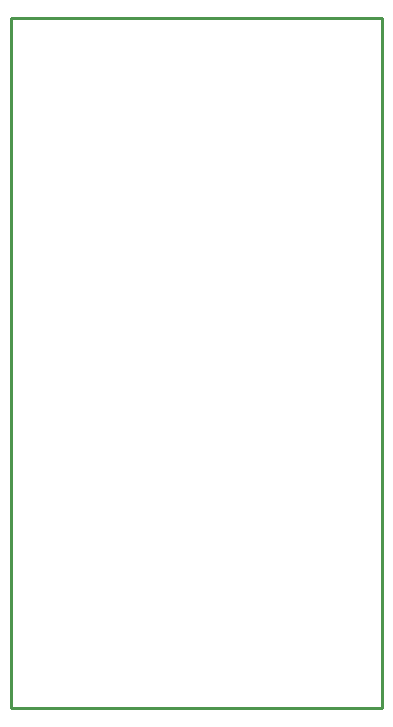
<source format=gm1>
G04 Layer_Color=16711935*
%FSLAX25Y25*%
%MOIN*%
G70*
G01*
G75*
%ADD13C,0.01000*%
D13*
X-26000Y-82700D02*
X63300D01*
Y147300D01*
X-60500D02*
X63300D01*
X-60500Y-82700D02*
Y147300D01*
Y-82700D02*
X-26000D01*
M02*

</source>
